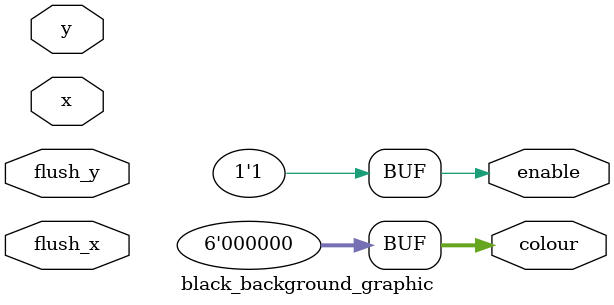
<source format=v>
module black_background_graphic(x, y, flush_x, flush_y, colour, enable);

	input [6:0] x;
	input [6:0] y;
	input [6:0] flush_x;
	input [6:0] flush_y;
	output reg [5:0] colour;
	output reg enable;
	
	always@(*) begin
		colour <= 6'b000000;
			enable <= 1;
	end

endmodule

</source>
